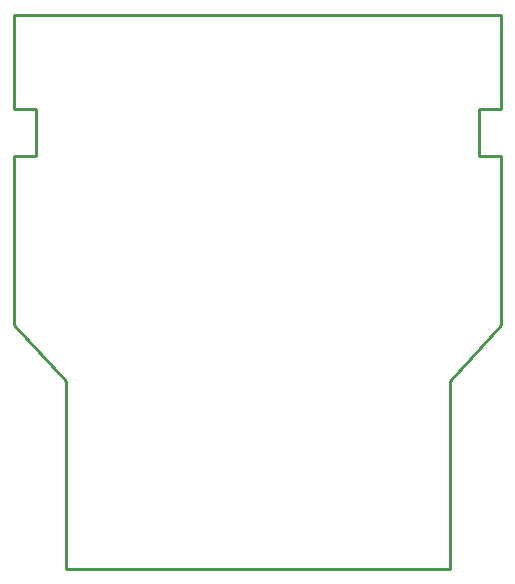
<source format=gm1>
G04 #@! TF.GenerationSoftware,KiCad,Pcbnew,6.0.2+dfsg-1*
G04 #@! TF.CreationDate,2025-06-30T22:41:18+02:00*
G04 #@! TF.ProjectId,2600cart,32363030-6361-4727-942e-6b696361645f,rev?*
G04 #@! TF.SameCoordinates,Original*
G04 #@! TF.FileFunction,Profile,NP*
%FSLAX46Y46*%
G04 Gerber Fmt 4.6, Leading zero omitted, Abs format (unit mm)*
G04 Created by KiCad (PCBNEW 6.0.2+dfsg-1) date 2025-06-30 22:41:18*
%MOMM*%
%LPD*%
G01*
G04 APERTURE LIST*
G04 #@! TA.AperFunction,Profile*
%ADD10C,0.254000*%
G04 #@! TD*
G04 APERTURE END LIST*
D10*
X88900000Y-45847000D02*
X130175000Y-45847000D01*
X125831600Y-92710000D02*
X125831600Y-76835000D01*
X93294200Y-92710000D02*
X125831600Y-92710000D01*
X128295400Y-53797200D02*
X130175000Y-53797200D01*
X128295400Y-57785000D02*
X128295400Y-53797200D01*
X128295400Y-57785000D02*
X130175000Y-57785000D01*
X130175000Y-53797200D02*
X130175000Y-45847000D01*
X88900000Y-53797200D02*
X90779600Y-53797200D01*
X90779600Y-57785000D02*
X90779600Y-53797200D01*
X88900000Y-53797200D02*
X88900000Y-45847000D01*
X88900000Y-72085200D02*
X88900000Y-57785000D01*
X88900000Y-72085200D02*
X93294200Y-76835000D01*
X125831600Y-76835000D02*
X130175000Y-72085200D01*
X93294200Y-92710000D02*
X93294200Y-76835000D01*
X88900000Y-57785000D02*
X90779600Y-57785000D01*
X130175000Y-72085200D02*
X130175000Y-57785000D01*
M02*

</source>
